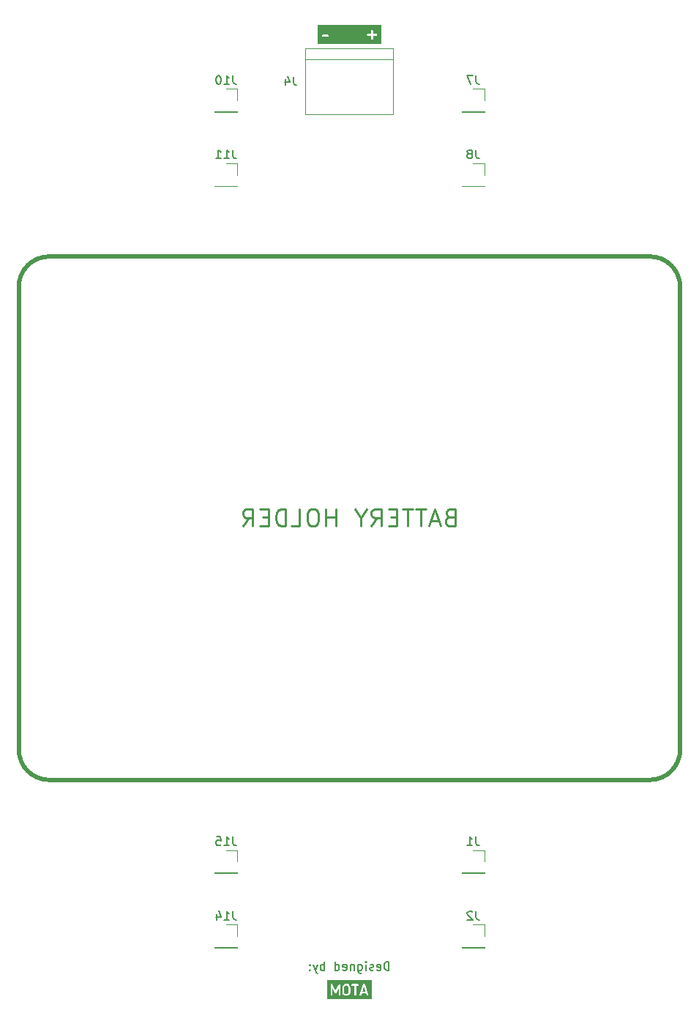
<source format=gbr>
%TF.GenerationSoftware,KiCad,Pcbnew,(6.0.5)*%
%TF.CreationDate,2022-06-28T11:16:47+05:30*%
%TF.ProjectId,MecCam_pro,4d656343-616d-45f7-9072-6f2e6b696361,rev?*%
%TF.SameCoordinates,Original*%
%TF.FileFunction,Legend,Bot*%
%TF.FilePolarity,Positive*%
%FSLAX46Y46*%
G04 Gerber Fmt 4.6, Leading zero omitted, Abs format (unit mm)*
G04 Created by KiCad (PCBNEW (6.0.5)) date 2022-06-28 11:16:47*
%MOMM*%
%LPD*%
G01*
G04 APERTURE LIST*
%ADD10C,0.500000*%
%ADD11C,0.250000*%
%ADD12C,0.150000*%
%ADD13C,0.120000*%
G04 APERTURE END LIST*
D10*
X61750000Y-126750000D02*
X61750000Y-73250000D01*
X134750000Y-130250000D02*
X65250000Y-130250000D01*
X65250000Y-69750000D02*
X134750000Y-69750000D01*
X138250000Y-73250000D02*
G75*
G03*
X134750000Y-69750000I-3500000J0D01*
G01*
X61750000Y-126750000D02*
G75*
G03*
X65250000Y-130250000I3500000J0D01*
G01*
X65250000Y-69750000D02*
G75*
G03*
X61750000Y-73250000I0J-3500000D01*
G01*
X138250000Y-73250000D02*
X138250000Y-126750000D01*
X134750000Y-130250000D02*
G75*
G03*
X138250000Y-126750000I0J3500000D01*
G01*
D11*
X111571428Y-99857142D02*
X111285714Y-99952380D01*
X111190476Y-100047619D01*
X111095238Y-100238095D01*
X111095238Y-100523809D01*
X111190476Y-100714285D01*
X111285714Y-100809523D01*
X111476190Y-100904761D01*
X112238095Y-100904761D01*
X112238095Y-98904761D01*
X111571428Y-98904761D01*
X111380952Y-99000000D01*
X111285714Y-99095238D01*
X111190476Y-99285714D01*
X111190476Y-99476190D01*
X111285714Y-99666666D01*
X111380952Y-99761904D01*
X111571428Y-99857142D01*
X112238095Y-99857142D01*
X110333333Y-100333333D02*
X109380952Y-100333333D01*
X110523809Y-100904761D02*
X109857142Y-98904761D01*
X109190476Y-100904761D01*
X108809523Y-98904761D02*
X107666666Y-98904761D01*
X108238095Y-100904761D02*
X108238095Y-98904761D01*
X107285714Y-98904761D02*
X106142857Y-98904761D01*
X106714285Y-100904761D02*
X106714285Y-98904761D01*
X105476190Y-99857142D02*
X104809523Y-99857142D01*
X104523809Y-100904761D02*
X105476190Y-100904761D01*
X105476190Y-98904761D01*
X104523809Y-98904761D01*
X102523809Y-100904761D02*
X103190476Y-99952380D01*
X103666666Y-100904761D02*
X103666666Y-98904761D01*
X102904761Y-98904761D01*
X102714285Y-99000000D01*
X102619047Y-99095238D01*
X102523809Y-99285714D01*
X102523809Y-99571428D01*
X102619047Y-99761904D01*
X102714285Y-99857142D01*
X102904761Y-99952380D01*
X103666666Y-99952380D01*
X101285714Y-99952380D02*
X101285714Y-100904761D01*
X101952380Y-98904761D02*
X101285714Y-99952380D01*
X100619047Y-98904761D01*
X98428571Y-100904761D02*
X98428571Y-98904761D01*
X98428571Y-99857142D02*
X97285714Y-99857142D01*
X97285714Y-100904761D02*
X97285714Y-98904761D01*
X95952380Y-98904761D02*
X95571428Y-98904761D01*
X95380952Y-99000000D01*
X95190476Y-99190476D01*
X95095238Y-99571428D01*
X95095238Y-100238095D01*
X95190476Y-100619047D01*
X95380952Y-100809523D01*
X95571428Y-100904761D01*
X95952380Y-100904761D01*
X96142857Y-100809523D01*
X96333333Y-100619047D01*
X96428571Y-100238095D01*
X96428571Y-99571428D01*
X96333333Y-99190476D01*
X96142857Y-99000000D01*
X95952380Y-98904761D01*
X93285714Y-100904761D02*
X94238095Y-100904761D01*
X94238095Y-98904761D01*
X92619047Y-100904761D02*
X92619047Y-98904761D01*
X92142857Y-98904761D01*
X91857142Y-99000000D01*
X91666666Y-99190476D01*
X91571428Y-99380952D01*
X91476190Y-99761904D01*
X91476190Y-100047619D01*
X91571428Y-100428571D01*
X91666666Y-100619047D01*
X91857142Y-100809523D01*
X92142857Y-100904761D01*
X92619047Y-100904761D01*
X90619047Y-99857142D02*
X89952380Y-99857142D01*
X89666666Y-100904761D02*
X90619047Y-100904761D01*
X90619047Y-98904761D01*
X89666666Y-98904761D01*
X87666666Y-100904761D02*
X88333333Y-99952380D01*
X88809523Y-100904761D02*
X88809523Y-98904761D01*
X88047619Y-98904761D01*
X87857142Y-99000000D01*
X87761904Y-99095238D01*
X87666666Y-99285714D01*
X87666666Y-99571428D01*
X87761904Y-99761904D01*
X87857142Y-99857142D01*
X88047619Y-99952380D01*
X88809523Y-99952380D01*
D12*
X104571428Y-152252380D02*
X104571428Y-151252380D01*
X104333333Y-151252380D01*
X104190476Y-151300000D01*
X104095238Y-151395238D01*
X104047619Y-151490476D01*
X104000000Y-151680952D01*
X104000000Y-151823809D01*
X104047619Y-152014285D01*
X104095238Y-152109523D01*
X104190476Y-152204761D01*
X104333333Y-152252380D01*
X104571428Y-152252380D01*
X103190476Y-152204761D02*
X103285714Y-152252380D01*
X103476190Y-152252380D01*
X103571428Y-152204761D01*
X103619047Y-152109523D01*
X103619047Y-151728571D01*
X103571428Y-151633333D01*
X103476190Y-151585714D01*
X103285714Y-151585714D01*
X103190476Y-151633333D01*
X103142857Y-151728571D01*
X103142857Y-151823809D01*
X103619047Y-151919047D01*
X102761904Y-152204761D02*
X102666666Y-152252380D01*
X102476190Y-152252380D01*
X102380952Y-152204761D01*
X102333333Y-152109523D01*
X102333333Y-152061904D01*
X102380952Y-151966666D01*
X102476190Y-151919047D01*
X102619047Y-151919047D01*
X102714285Y-151871428D01*
X102761904Y-151776190D01*
X102761904Y-151728571D01*
X102714285Y-151633333D01*
X102619047Y-151585714D01*
X102476190Y-151585714D01*
X102380952Y-151633333D01*
X101904761Y-152252380D02*
X101904761Y-151585714D01*
X101904761Y-151252380D02*
X101952380Y-151300000D01*
X101904761Y-151347619D01*
X101857142Y-151300000D01*
X101904761Y-151252380D01*
X101904761Y-151347619D01*
X101000000Y-151585714D02*
X101000000Y-152395238D01*
X101047619Y-152490476D01*
X101095238Y-152538095D01*
X101190476Y-152585714D01*
X101333333Y-152585714D01*
X101428571Y-152538095D01*
X101000000Y-152204761D02*
X101095238Y-152252380D01*
X101285714Y-152252380D01*
X101380952Y-152204761D01*
X101428571Y-152157142D01*
X101476190Y-152061904D01*
X101476190Y-151776190D01*
X101428571Y-151680952D01*
X101380952Y-151633333D01*
X101285714Y-151585714D01*
X101095238Y-151585714D01*
X101000000Y-151633333D01*
X100523809Y-151585714D02*
X100523809Y-152252380D01*
X100523809Y-151680952D02*
X100476190Y-151633333D01*
X100380952Y-151585714D01*
X100238095Y-151585714D01*
X100142857Y-151633333D01*
X100095238Y-151728571D01*
X100095238Y-152252380D01*
X99238095Y-152204761D02*
X99333333Y-152252380D01*
X99523809Y-152252380D01*
X99619047Y-152204761D01*
X99666666Y-152109523D01*
X99666666Y-151728571D01*
X99619047Y-151633333D01*
X99523809Y-151585714D01*
X99333333Y-151585714D01*
X99238095Y-151633333D01*
X99190476Y-151728571D01*
X99190476Y-151823809D01*
X99666666Y-151919047D01*
X98333333Y-152252380D02*
X98333333Y-151252380D01*
X98333333Y-152204761D02*
X98428571Y-152252380D01*
X98619047Y-152252380D01*
X98714285Y-152204761D01*
X98761904Y-152157142D01*
X98809523Y-152061904D01*
X98809523Y-151776190D01*
X98761904Y-151680952D01*
X98714285Y-151633333D01*
X98619047Y-151585714D01*
X98428571Y-151585714D01*
X98333333Y-151633333D01*
X97095238Y-152252380D02*
X97095238Y-151252380D01*
X97095238Y-151633333D02*
X97000000Y-151585714D01*
X96809523Y-151585714D01*
X96714285Y-151633333D01*
X96666666Y-151680952D01*
X96619047Y-151776190D01*
X96619047Y-152061904D01*
X96666666Y-152157142D01*
X96714285Y-152204761D01*
X96809523Y-152252380D01*
X97000000Y-152252380D01*
X97095238Y-152204761D01*
X96285714Y-151585714D02*
X96047619Y-152252380D01*
X95809523Y-151585714D02*
X96047619Y-152252380D01*
X96142857Y-152490476D01*
X96190476Y-152538095D01*
X96285714Y-152585714D01*
X95428571Y-152157142D02*
X95380952Y-152204761D01*
X95428571Y-152252380D01*
X95476190Y-152204761D01*
X95428571Y-152157142D01*
X95428571Y-152252380D01*
X95428571Y-151633333D02*
X95380952Y-151680952D01*
X95428571Y-151728571D01*
X95476190Y-151680952D01*
X95428571Y-151633333D01*
X95428571Y-151728571D01*
%TO.C,J1*%
X114633333Y-136822380D02*
X114633333Y-137536666D01*
X114680952Y-137679523D01*
X114776190Y-137774761D01*
X114919047Y-137822380D01*
X115014285Y-137822380D01*
X113633333Y-137822380D02*
X114204761Y-137822380D01*
X113919047Y-137822380D02*
X113919047Y-136822380D01*
X114014285Y-136965238D01*
X114109523Y-137060476D01*
X114204761Y-137108095D01*
%TO.C,J11*%
X86509523Y-57422380D02*
X86509523Y-58136666D01*
X86557142Y-58279523D01*
X86652380Y-58374761D01*
X86795238Y-58422380D01*
X86890476Y-58422380D01*
X85509523Y-58422380D02*
X86080952Y-58422380D01*
X85795238Y-58422380D02*
X85795238Y-57422380D01*
X85890476Y-57565238D01*
X85985714Y-57660476D01*
X86080952Y-57708095D01*
X84557142Y-58422380D02*
X85128571Y-58422380D01*
X84842857Y-58422380D02*
X84842857Y-57422380D01*
X84938095Y-57565238D01*
X85033333Y-57660476D01*
X85128571Y-57708095D01*
%TO.C,J7*%
X114633333Y-48822380D02*
X114633333Y-49536666D01*
X114680952Y-49679523D01*
X114776190Y-49774761D01*
X114919047Y-49822380D01*
X115014285Y-49822380D01*
X114252380Y-48822380D02*
X113585714Y-48822380D01*
X114014285Y-49822380D01*
%TO.C,J2*%
X114633333Y-145422380D02*
X114633333Y-146136666D01*
X114680952Y-146279523D01*
X114776190Y-146374761D01*
X114919047Y-146422380D01*
X115014285Y-146422380D01*
X114204761Y-145517619D02*
X114157142Y-145470000D01*
X114061904Y-145422380D01*
X113823809Y-145422380D01*
X113728571Y-145470000D01*
X113680952Y-145517619D01*
X113633333Y-145612857D01*
X113633333Y-145708095D01*
X113680952Y-145850952D01*
X114252380Y-146422380D01*
X113633333Y-146422380D01*
%TO.C,J10*%
X86509523Y-48822380D02*
X86509523Y-49536666D01*
X86557142Y-49679523D01*
X86652380Y-49774761D01*
X86795238Y-49822380D01*
X86890476Y-49822380D01*
X85509523Y-49822380D02*
X86080952Y-49822380D01*
X85795238Y-49822380D02*
X85795238Y-48822380D01*
X85890476Y-48965238D01*
X85985714Y-49060476D01*
X86080952Y-49108095D01*
X84890476Y-48822380D02*
X84795238Y-48822380D01*
X84700000Y-48870000D01*
X84652380Y-48917619D01*
X84604761Y-49012857D01*
X84557142Y-49203333D01*
X84557142Y-49441428D01*
X84604761Y-49631904D01*
X84652380Y-49727142D01*
X84700000Y-49774761D01*
X84795238Y-49822380D01*
X84890476Y-49822380D01*
X84985714Y-49774761D01*
X85033333Y-49727142D01*
X85080952Y-49631904D01*
X85128571Y-49441428D01*
X85128571Y-49203333D01*
X85080952Y-49012857D01*
X85033333Y-48917619D01*
X84985714Y-48870000D01*
X84890476Y-48822380D01*
%TO.C,J15*%
X86509523Y-136822380D02*
X86509523Y-137536666D01*
X86557142Y-137679523D01*
X86652380Y-137774761D01*
X86795238Y-137822380D01*
X86890476Y-137822380D01*
X85509523Y-137822380D02*
X86080952Y-137822380D01*
X85795238Y-137822380D02*
X85795238Y-136822380D01*
X85890476Y-136965238D01*
X85985714Y-137060476D01*
X86080952Y-137108095D01*
X84604761Y-136822380D02*
X85080952Y-136822380D01*
X85128571Y-137298571D01*
X85080952Y-137250952D01*
X84985714Y-137203333D01*
X84747619Y-137203333D01*
X84652380Y-137250952D01*
X84604761Y-137298571D01*
X84557142Y-137393809D01*
X84557142Y-137631904D01*
X84604761Y-137727142D01*
X84652380Y-137774761D01*
X84747619Y-137822380D01*
X84985714Y-137822380D01*
X85080952Y-137774761D01*
X85128571Y-137727142D01*
%TO.C,J14*%
X86509523Y-145422380D02*
X86509523Y-146136666D01*
X86557142Y-146279523D01*
X86652380Y-146374761D01*
X86795238Y-146422380D01*
X86890476Y-146422380D01*
X85509523Y-146422380D02*
X86080952Y-146422380D01*
X85795238Y-146422380D02*
X85795238Y-145422380D01*
X85890476Y-145565238D01*
X85985714Y-145660476D01*
X86080952Y-145708095D01*
X84652380Y-145755714D02*
X84652380Y-146422380D01*
X84890476Y-145374761D02*
X85128571Y-146089047D01*
X84509523Y-146089047D01*
%TO.C,J8*%
X114633333Y-57422380D02*
X114633333Y-58136666D01*
X114680952Y-58279523D01*
X114776190Y-58374761D01*
X114919047Y-58422380D01*
X115014285Y-58422380D01*
X114014285Y-57850952D02*
X114109523Y-57803333D01*
X114157142Y-57755714D01*
X114204761Y-57660476D01*
X114204761Y-57612857D01*
X114157142Y-57517619D01*
X114109523Y-57470000D01*
X114014285Y-57422380D01*
X113823809Y-57422380D01*
X113728571Y-57470000D01*
X113680952Y-57517619D01*
X113633333Y-57612857D01*
X113633333Y-57660476D01*
X113680952Y-57755714D01*
X113728571Y-57803333D01*
X113823809Y-57850952D01*
X114014285Y-57850952D01*
X114109523Y-57898571D01*
X114157142Y-57946190D01*
X114204761Y-58041428D01*
X114204761Y-58231904D01*
X114157142Y-58327142D01*
X114109523Y-58374761D01*
X114014285Y-58422380D01*
X113823809Y-58422380D01*
X113728571Y-58374761D01*
X113680952Y-58327142D01*
X113633333Y-58231904D01*
X113633333Y-58041428D01*
X113680952Y-57946190D01*
X113728571Y-57898571D01*
X113823809Y-57850952D01*
%TO.C,J4*%
X93523333Y-48952380D02*
X93523333Y-49666666D01*
X93570952Y-49809523D01*
X93666190Y-49904761D01*
X93809047Y-49952380D01*
X93904285Y-49952380D01*
X92618571Y-49285714D02*
X92618571Y-49952380D01*
X92856666Y-48904761D02*
X93094761Y-49619047D01*
X92475714Y-49619047D01*
D13*
%TO.C,J1*%
X115630000Y-141030000D02*
X112970000Y-141030000D01*
X115630000Y-139700000D02*
X115630000Y-138370000D01*
X115630000Y-140970000D02*
X112970000Y-140970000D01*
X115630000Y-140970000D02*
X115630000Y-141030000D01*
X115630000Y-138370000D02*
X114300000Y-138370000D01*
X112970000Y-140970000D02*
X112970000Y-141030000D01*
%TO.C,J11*%
X87030000Y-61630000D02*
X84370000Y-61630000D01*
X87030000Y-61570000D02*
X87030000Y-61630000D01*
X87030000Y-60300000D02*
X87030000Y-58970000D01*
X84370000Y-61570000D02*
X84370000Y-61630000D01*
X87030000Y-58970000D02*
X85700000Y-58970000D01*
X87030000Y-61570000D02*
X84370000Y-61570000D01*
%TO.C,J7*%
X115630000Y-52970000D02*
X115630000Y-53030000D01*
X115630000Y-53030000D02*
X112970000Y-53030000D01*
X115630000Y-51700000D02*
X115630000Y-50370000D01*
X115630000Y-52970000D02*
X112970000Y-52970000D01*
X112970000Y-52970000D02*
X112970000Y-53030000D01*
X115630000Y-50370000D02*
X114300000Y-50370000D01*
%TO.C,J2*%
X115630000Y-149570000D02*
X112970000Y-149570000D01*
X115630000Y-149630000D02*
X112970000Y-149630000D01*
X115630000Y-146970000D02*
X114300000Y-146970000D01*
X115630000Y-148300000D02*
X115630000Y-146970000D01*
X112970000Y-149570000D02*
X112970000Y-149630000D01*
X115630000Y-149570000D02*
X115630000Y-149630000D01*
%TO.C,J10*%
X87030000Y-50370000D02*
X85700000Y-50370000D01*
X87030000Y-52970000D02*
X84370000Y-52970000D01*
X87030000Y-51700000D02*
X87030000Y-50370000D01*
X87030000Y-52970000D02*
X87030000Y-53030000D01*
X87030000Y-53030000D02*
X84370000Y-53030000D01*
X84370000Y-52970000D02*
X84370000Y-53030000D01*
%TO.C,J15*%
X87030000Y-140970000D02*
X84370000Y-140970000D01*
X84370000Y-140970000D02*
X84370000Y-141030000D01*
X87030000Y-138370000D02*
X85700000Y-138370000D01*
X87030000Y-139700000D02*
X87030000Y-138370000D01*
X87030000Y-141030000D02*
X84370000Y-141030000D01*
X87030000Y-140970000D02*
X87030000Y-141030000D01*
%TO.C,J14*%
X87030000Y-149570000D02*
X84370000Y-149570000D01*
X87030000Y-149630000D02*
X84370000Y-149630000D01*
X87030000Y-146970000D02*
X85700000Y-146970000D01*
X87030000Y-149570000D02*
X87030000Y-149630000D01*
X87030000Y-148300000D02*
X87030000Y-146970000D01*
X84370000Y-149570000D02*
X84370000Y-149630000D01*
%TO.C,J8*%
X115630000Y-61630000D02*
X112970000Y-61630000D01*
X115630000Y-61570000D02*
X115630000Y-61630000D01*
X112970000Y-61570000D02*
X112970000Y-61630000D01*
X115630000Y-61570000D02*
X112970000Y-61570000D01*
X115630000Y-58970000D02*
X114300000Y-58970000D01*
X115630000Y-60300000D02*
X115630000Y-58970000D01*
%TO.C,J4*%
X105080000Y-46960000D02*
X94920000Y-46960000D01*
X94920000Y-45690000D02*
X105080000Y-45690000D01*
X94920000Y-53310000D02*
X94920000Y-45690000D01*
X105080000Y-45690000D02*
X105080000Y-53310000D01*
X105080000Y-53310000D02*
X94920000Y-53310000D01*
%TO.C,kibuzzard-62AABC0D*%
G36*
X96297553Y-43003831D02*
G01*
X103702447Y-43003831D01*
X103702447Y-45196169D01*
X96297553Y-45196169D01*
X96297553Y-44235731D01*
X96793647Y-44235731D01*
X96829366Y-44316694D01*
X96915091Y-44350031D01*
X97508022Y-44350031D01*
X97597319Y-44316694D01*
X97631847Y-44235731D01*
X97597319Y-44153578D01*
X97508022Y-44119050D01*
X96915091Y-44119050D01*
X96829366Y-44153578D01*
X96793647Y-44235731D01*
X96297553Y-44235731D01*
X96297553Y-44100000D01*
X102025253Y-44100000D01*
X102062163Y-44188106D01*
X102153841Y-44223825D01*
X102487216Y-44223825D01*
X102487216Y-44578631D01*
X102524125Y-44665547D01*
X102615803Y-44700075D01*
X102707481Y-44663166D01*
X102744391Y-44578631D01*
X102744391Y-44223825D01*
X103077766Y-44223825D01*
X103169444Y-44188106D01*
X103206353Y-44100000D01*
X103167062Y-44013084D01*
X103077766Y-43978556D01*
X102744391Y-43978556D01*
X102744391Y-43623750D01*
X102707481Y-43538025D01*
X102615803Y-43499925D01*
X102524125Y-43535644D01*
X102487216Y-43623750D01*
X102487216Y-43978556D01*
X102153841Y-43978556D01*
X102065734Y-44013084D01*
X102025253Y-44100000D01*
X96297553Y-44100000D01*
X96297553Y-43003831D01*
G37*
%TO.C,kibuzzard-62AABD2D*%
G36*
X99749731Y-154025179D02*
G01*
X99828550Y-154086615D01*
X99872127Y-154181389D01*
X99886652Y-154301880D01*
X99886652Y-154694310D01*
X99871174Y-154815039D01*
X99824740Y-154910528D01*
X99744968Y-154972678D01*
X99629477Y-154993395D01*
X99515177Y-154972678D01*
X99435167Y-154910528D01*
X99388019Y-154815039D01*
X99372302Y-154694310D01*
X99372302Y-154301880D01*
X99386828Y-154181389D01*
X99430405Y-154086615D01*
X99509224Y-154025179D01*
X99629477Y-154004700D01*
X99749731Y-154025179D01*
G37*
G36*
X97417137Y-153413515D02*
G01*
X102582863Y-153413515D01*
X102582863Y-155586485D01*
X97417137Y-155586485D01*
X97417137Y-155092455D01*
X97814012Y-155092455D01*
X97844492Y-155160082D01*
X97916882Y-155189610D01*
X97992130Y-155160082D01*
X98023562Y-155092455D01*
X98023562Y-154299975D01*
X98286452Y-154840995D01*
X98327410Y-154885762D01*
X98385512Y-154900050D01*
X98443615Y-154885762D01*
X98484572Y-154840995D01*
X98745557Y-154299975D01*
X98745557Y-155092455D01*
X98777942Y-155160082D01*
X98854142Y-155189610D01*
X98926532Y-155160082D01*
X98955107Y-155092455D01*
X98955107Y-154694310D01*
X99162753Y-154694310D01*
X99170134Y-154794084D01*
X99192280Y-154887668D01*
X99228951Y-154972202D01*
X99279910Y-155044830D01*
X99345394Y-155104599D01*
X99425642Y-155150558D01*
X99520416Y-155179847D01*
X99629477Y-155189610D01*
X99738539Y-155179847D01*
X99833312Y-155150558D01*
X99913561Y-155104599D01*
X99979045Y-155044830D01*
X100030004Y-154972202D01*
X100066675Y-154887668D01*
X100088821Y-154794084D01*
X100096202Y-154694310D01*
X100096202Y-154301880D01*
X100089773Y-154205201D01*
X100070485Y-154113285D01*
X100037147Y-154029227D01*
X99988570Y-153956122D01*
X99957183Y-153926595D01*
X100220027Y-153926595D01*
X100251460Y-153994222D01*
X100326708Y-154023750D01*
X100557213Y-154023750D01*
X100557213Y-155090550D01*
X100587693Y-155159130D01*
X100661988Y-155189610D01*
X100736283Y-155159130D01*
X100766763Y-155090550D01*
X101178242Y-155090550D01*
X101209675Y-155161035D01*
X101286828Y-155187705D01*
X101361123Y-155155320D01*
X101403033Y-155071500D01*
X101463993Y-154886715D01*
X101907858Y-154886715D01*
X101978343Y-155115315D01*
X102019300Y-155168655D01*
X102077403Y-155187705D01*
X102153603Y-155161035D01*
X102185988Y-155090550D01*
X102185035Y-155071500D01*
X102182178Y-155054355D01*
X101810702Y-153924690D01*
X101766888Y-153842775D01*
X101683068Y-153810390D01*
X101600200Y-153842775D01*
X101555433Y-153924690D01*
X101183958Y-155054355D01*
X101179195Y-155071500D01*
X101178242Y-155090550D01*
X100766763Y-155090550D01*
X100766763Y-154023750D01*
X100997267Y-154023750D01*
X101072515Y-153994222D01*
X101102042Y-153926595D01*
X101071563Y-153860872D01*
X100997267Y-153827535D01*
X100326708Y-153827535D01*
X100253365Y-153856110D01*
X100220027Y-153926595D01*
X99957183Y-153926595D01*
X99924276Y-153895639D01*
X99843790Y-153849442D01*
X99745921Y-153820153D01*
X99629477Y-153810390D01*
X99513034Y-153820153D01*
X99415165Y-153849442D01*
X99334679Y-153895639D01*
X99270385Y-153956122D01*
X99221808Y-154029227D01*
X99188470Y-154113285D01*
X99169182Y-154205201D01*
X99162753Y-154301880D01*
X99162753Y-154694310D01*
X98955107Y-154694310D01*
X98955107Y-153913260D01*
X98924627Y-153839918D01*
X98846522Y-153810390D01*
X98739842Y-153871350D01*
X98383607Y-154606680D01*
X98029277Y-153869445D01*
X97983557Y-153823725D01*
X97922597Y-153810390D01*
X97845445Y-153839918D01*
X97814012Y-153913260D01*
X97814012Y-155092455D01*
X97417137Y-155092455D01*
X97417137Y-153413515D01*
G37*
G36*
X101720929Y-154274257D02*
G01*
X101762125Y-154418085D01*
X101805226Y-154560008D01*
X101848803Y-154703835D01*
X101519238Y-154703835D01*
X101563291Y-154559531D01*
X101607820Y-154416180D01*
X101649016Y-154271876D01*
X101683068Y-154124715D01*
X101720929Y-154274257D01*
G37*
%TD*%
M02*

</source>
